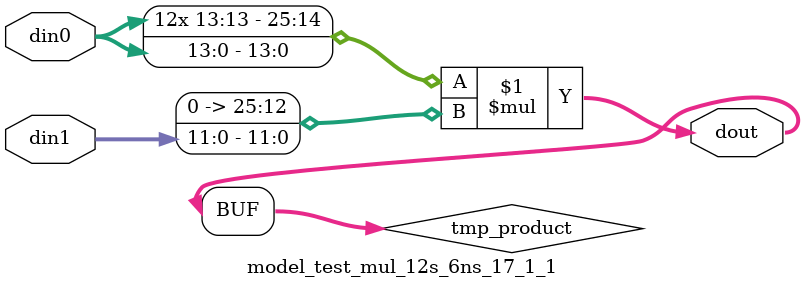
<source format=v>

`timescale 1 ns / 1 ps

  module model_test_mul_12s_6ns_17_1_1(din0, din1, dout);
parameter ID = 1;
parameter NUM_STAGE = 0;
parameter din0_WIDTH = 14;
parameter din1_WIDTH = 12;
parameter dout_WIDTH = 26;

input [din0_WIDTH - 1 : 0] din0; 
input [din1_WIDTH - 1 : 0] din1; 
output [dout_WIDTH - 1 : 0] dout;

wire signed [dout_WIDTH - 1 : 0] tmp_product;












assign tmp_product = $signed(din0) * $signed({1'b0, din1});









assign dout = tmp_product;







endmodule

</source>
